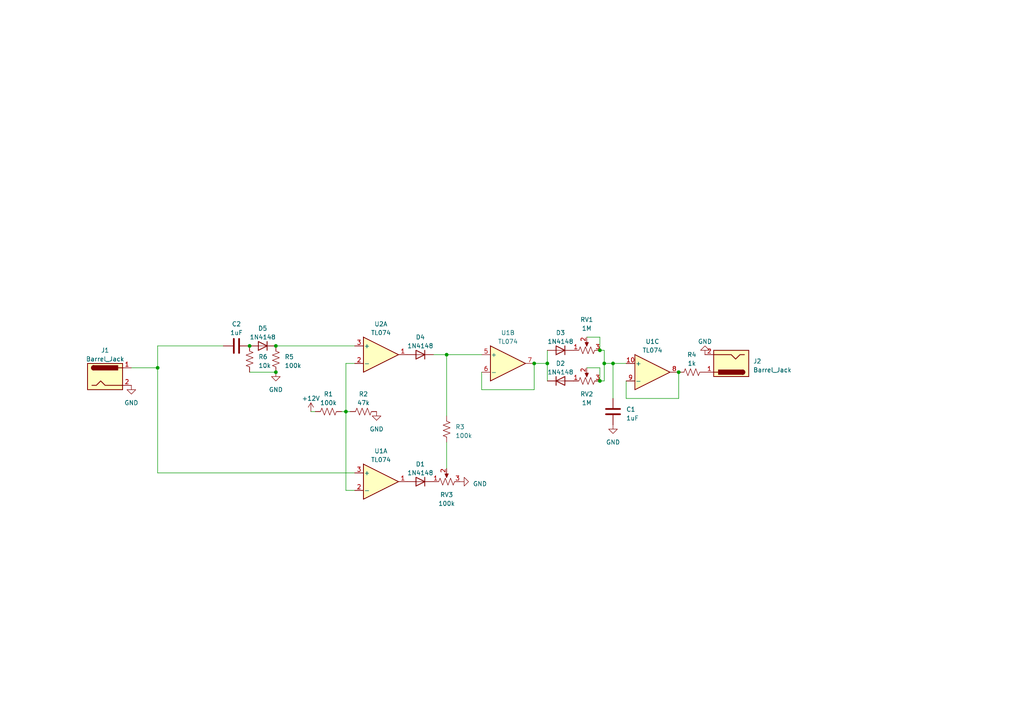
<source format=kicad_sch>
(kicad_sch (version 20230121) (generator eeschema)
  (paper "A4")
  (title_block (title "adsr"))
  (lib_symbols
    (symbol "Amplifier_Operational:TL074" (pin_names (offset 0.127))
      (property "Reference" "U" (at 0 5.08 0))
      (property "Value" "TL074" (at 0 -5.08 0))
      (symbol "TL074_1_1"
        (polyline (pts (xy -5.08 5.08) (xy 5.08 0) (xy -5.08 -5.08) (xy -5.08 5.08)) (stroke (width 0.254)) (fill (type background)))
        (pin output line (at 7.62 0 180) (length 2.54) (name "~") (number "1"))
        (pin input line (at -7.62 -2.54 0) (length 2.54) (name "-") (number "2"))
        (pin input line (at -7.62 2.54 0) (length 2.54) (name "+") (number "3"))
      )
      (symbol "TL074_2_1"
        (polyline (pts (xy -5.08 5.08) (xy 5.08 0) (xy -5.08 -5.08) (xy -5.08 5.08)) (stroke (width 0.254)) (fill (type background)))
        (pin input line (at -7.62 2.54 0) (length 2.54) (name "+") (number "5"))
        (pin input line (at -7.62 -2.54 0) (length 2.54) (name "-") (number "6"))
        (pin output line (at 7.62 0 180) (length 2.54) (name "~") (number "7"))
      )
      (symbol "TL074_3_1"
        (polyline (pts (xy -5.08 5.08) (xy 5.08 0) (xy -5.08 -5.08) (xy -5.08 5.08)) (stroke (width 0.254)) (fill (type background)))
        (pin input line (at -7.62 2.54 0) (length 2.54) (name "+") (number "10"))
        (pin output line (at 7.62 0 180) (length 2.54) (name "~") (number "8"))
        (pin input line (at -7.62 -2.54 0) (length 2.54) (name "-") (number "9"))
      )
      (symbol "TL074_4_1"
        (polyline (pts (xy -5.08 5.08) (xy 5.08 0) (xy -5.08 -5.08) (xy -5.08 5.08)) (stroke (width 0.254)) (fill (type background)))
        (pin input line (at -7.62 2.54 0) (length 2.54) (name "+") (number "12"))
        (pin input line (at -7.62 -2.54 0) (length 2.54) (name "-") (number "13"))
        (pin output line (at 7.62 0 180) (length 2.54) (name "~") (number "14"))
      )
      (symbol "TL074_5_1"
        (pin power_in line (at -2.54 -7.62 90) (length 3.81) (name "V-") (number "11"))
        (pin power_in line (at -2.54 7.62 270) (length 3.81) (name "V+") (number "4"))
      )
    )
    (symbol "Connector:Barrel_Jack" (pin_names (offset 1.016))
      (property "Reference" "J" (at 0 5.334 0))
      (property "Value" "Barrel_Jack" (at 0 -5.08 0))
      (symbol "Barrel_Jack_0_1"
        (rectangle (start -5.08 3.81) (end 5.08 -3.81) (stroke (width 0.254)) (fill (type background)))
        (arc (start -3.302 3.175) (mid -3.9343 2.54) (end -3.302 1.905) (stroke (width 0.254)))
        (arc (start -3.302 3.175) (mid -3.9343 2.54) (end -3.302 1.905) (stroke (width 0.254)) (fill (type outline)))
        (polyline (pts (xy 5.08 2.54) (xy 3.81 2.54)) (stroke (width 0.254)))
        (polyline (pts (xy -3.81 -2.54) (xy -2.54 -2.54) (xy -1.27 -1.27) (xy 0 -2.54) (xy 2.54 -2.54) (xy 5.08 -2.54)) (stroke (width 0.254)))
        (rectangle (start 3.683 3.175) (end -3.302 1.905) (stroke (width 0.254)) (fill (type outline)))
      )
      (symbol "Barrel_Jack_1_1"
        (pin passive line (at 7.62 2.54 180) (length 2.54) (name "~") (number "1"))
        (pin passive line (at 7.62 -2.54 180) (length 2.54) (name "~") (number "2"))
      )
    )
    (symbol "Device:C" (pin_numbers hide) (pin_names (offset 0.254))
      (property "Reference" "C" (at 0.635 2.54 0))
      (property "Value" "C" (at 0.635 -2.54 0))
      (symbol "C_0_1"
        (polyline (pts (xy -2.032 -0.762) (xy 2.032 -0.762)) (stroke (width 0.508)))
        (polyline (pts (xy -2.032 0.762) (xy 2.032 0.762)) (stroke (width 0.508)))
      )
      (symbol "C_1_1"
        (pin passive line (at 0 3.81 270) (length 2.794) (name "~") (number "1"))
        (pin passive line (at 0 -3.81 90) (length 2.794) (name "~") (number "2"))
      )
    )
    (symbol "Device:R_Potentiometer_US" (pin_names (offset 1.016) hide)
      (property "Reference" "RV" (at -4.445 0 90))
      (property "Value" "R_Potentiometer_US" (at -2.54 0 90))
      (symbol "R_Potentiometer_US_0_1"
        (polyline (pts (xy 0 -2.286) (xy 0 -2.54)))
        (polyline (pts (xy 0 2.54) (xy 0 2.286)))
        (polyline (pts (xy 2.54 0) (xy 1.524 0)))
        (polyline (pts (xy 1.143 0) (xy 2.286 0.508) (xy 2.286 -0.508) (xy 1.143 0)) (fill (type outline)))
        (polyline (pts (xy 0 -0.762) (xy 1.016 -1.143) (xy 0 -1.524) (xy -1.016 -1.905) (xy 0 -2.286)))
        (polyline (pts (xy 0 0.762) (xy 1.016 0.381) (xy 0 0) (xy -1.016 -0.381) (xy 0 -0.762)))
        (polyline (pts (xy 0 2.286) (xy 1.016 1.905) (xy 0 1.524) (xy -1.016 1.143) (xy 0 0.762)))
      )
      (symbol "R_Potentiometer_US_1_1"
        (pin passive line (at 0 3.81 270) (length 1.27) (name "1") (number "1"))
        (pin passive line (at 3.81 0 180) (length 1.27) (name "2") (number "2"))
        (pin passive line (at 0 -3.81 90) (length 1.27) (name "3") (number "3"))
      )
    )
    (symbol "Device:R_US" (pin_numbers hide) (pin_names (offset 0))
      (property "Reference" "R" (at 2.54 0 90))
      (property "Value" "R_US" (at -2.54 0 90))
      (symbol "R_US_0_1"
        (polyline (pts (xy 0 -2.286) (xy 0 -2.54)))
        (polyline (pts (xy 0 2.286) (xy 0 2.54)))
        (polyline (pts (xy 0 -0.762) (xy 1.016 -1.143) (xy 0 -1.524) (xy -1.016 -1.905) (xy 0 -2.286)))
        (polyline (pts (xy 0 0.762) (xy 1.016 0.381) (xy 0 0) (xy -1.016 -0.381) (xy 0 -0.762)))
        (polyline (pts (xy 0 2.286) (xy 1.016 1.905) (xy 0 1.524) (xy -1.016 1.143) (xy 0 0.762)))
      )
      (symbol "R_US_1_1"
        (pin passive line (at 0 3.81 270) (length 1.27) (name "~") (number "1"))
        (pin passive line (at 0 -3.81 90) (length 1.27) (name "~") (number "2"))
      )
    )
    (symbol "Diode:1N4148" (pin_numbers hide) (pin_names hide)
      (property "Reference" "D" (at 0 2.54 0))
      (property "Value" "1N4148" (at 0 -2.54 0))
      (symbol "1N4148_0_1"
        (polyline (pts (xy -1.27 1.27) (xy -1.27 -1.27)) (stroke (width 0.254)))
        (polyline (pts (xy 1.27 0) (xy -1.27 0)))
        (polyline (pts (xy 1.27 1.27) (xy 1.27 -1.27) (xy -1.27 0) (xy 1.27 1.27)) (stroke (width 0.254)))
      )
      (symbol "1N4148_1_1"
        (pin passive line (at -3.81 0 0) (length 2.54) (name "K") (number "1"))
        (pin passive line (at 3.81 0 180) (length 2.54) (name "A") (number "2"))
      )
    )
    (symbol "power:+12V" (power) (pin_names (offset 0))
      (property "Value" "+12V" (at 0 3.556 0))
      (symbol "+12V_0_1"
        (polyline (pts (xy -0.762 1.27) (xy 0 2.54)))
        (polyline (pts (xy 0 0) (xy 0 2.54)))
        (polyline (pts (xy 0 2.54) (xy 0.762 1.27)))
      )
      (symbol "+12V_1_1"
        (pin power_in line (at 0 0 90) (length 0) hide (name "+12V") (number "1"))
      )
    )
    (symbol "power:GND" (power) (pin_names (offset 0))
      (property "Value" "GND" (at 0 -3.81 0))
      (symbol "GND_0_1"
        (polyline (pts (xy 0 0) (xy 0 -1.27) (xy 1.27 -1.27) (xy 0 -2.54) (xy -1.27 -1.27) (xy 0 -1.27)))
      )
      (symbol "GND_1_1"
        (pin power_in line (at 0 0 270) (length 0) hide (name "GND") (number "1"))
      )
    )
  )
  (junction (at 100.33 119.38))
  (junction (at 129.54 102.87))
  (junction (at 154.94 105.41))
  (junction (at 177.8 105.41))
  (junction (at 173.99 101.6))
  (junction (at 72.39 100.33))
  (junction (at 80.01 107.95))
  (junction (at 175.26 105.41))
  (junction (at 80.01 100.33))
  (junction (at 196.85 107.95))
  (junction (at 45.72 106.68))
  (junction (at 158.75 105.41))
  (junction (at 173.99 110.49))
  (wire (pts (xy 175.26 101.6) (xy 175.26 105.41)))
  (wire (pts (xy 90.17 119.38) (xy 91.44 119.38)))
  (wire (pts (xy 158.75 105.41) (xy 158.75 110.49)))
  (wire (pts (xy 72.39 107.95) (xy 80.01 107.95)))
  (wire (pts (xy 181.61 115.57) (xy 196.85 115.57)))
  (wire (pts (xy 100.33 119.38) (xy 101.6 119.38)))
  (wire (pts (xy 99.06 119.38) (xy 100.33 119.38)))
  (wire (pts (xy 173.99 101.6) (xy 175.26 101.6)))
  (wire (pts (xy 100.33 119.38) (xy 100.33 142.24)))
  (wire (pts (xy 181.61 110.49) (xy 181.61 115.57)))
  (wire (pts (xy 80.01 100.33) (xy 102.87 100.33)))
  (wire (pts (xy 154.94 113.03) (xy 154.94 105.41)))
  (wire (pts (xy 129.54 128.27) (xy 129.54 135.89)))
  (wire (pts (xy 129.54 120.65) (xy 129.54 102.87)))
  (wire (pts (xy 154.94 105.41) (xy 158.75 105.41)))
  (wire (pts (xy 173.99 110.49) (xy 173.99 106.68)))
  (wire (pts (xy 175.26 105.41) (xy 175.26 110.49)))
  (wire (pts (xy 102.87 105.41) (xy 100.33 105.41)))
  (wire (pts (xy 158.75 101.6) (xy 158.75 105.41)))
  (wire (pts (xy 177.8 105.41) (xy 181.61 105.41)))
  (wire (pts (xy 173.99 97.79) (xy 170.18 97.79)))
  (wire (pts (xy 38.1 106.68) (xy 45.72 106.68)))
  (wire (pts (xy 139.7 107.95) (xy 139.7 113.03)))
  (wire (pts (xy 177.8 105.41) (xy 177.8 115.57)))
  (wire (pts (xy 173.99 110.49) (xy 175.26 110.49)))
  (wire (pts (xy 45.72 106.68) (xy 45.72 137.16)))
  (wire (pts (xy 196.85 115.57) (xy 196.85 107.95)))
  (wire (pts (xy 175.26 105.41) (xy 177.8 105.41)))
  (wire (pts (xy 173.99 101.6) (xy 173.99 97.79)))
  (wire (pts (xy 45.72 137.16) (xy 102.87 137.16)))
  (wire (pts (xy 129.54 102.87) (xy 139.7 102.87)))
  (wire (pts (xy 100.33 142.24) (xy 102.87 142.24)))
  (wire (pts (xy 139.7 113.03) (xy 154.94 113.03)))
  (wire (pts (xy 45.72 100.33) (xy 45.72 106.68)))
  (wire (pts (xy 64.77 100.33) (xy 45.72 100.33)))
  (wire (pts (xy 125.73 102.87) (xy 129.54 102.87)))
  (wire (pts (xy 173.99 106.68) (xy 170.18 106.68)))
  (wire (pts (xy 100.33 105.41) (xy 100.33 119.38)))
  (symbol (lib_id "Device:R_Potentiometer_US") (at 129.54 139.7 90) (unit 1)
    (property "Reference" "RV3" (at 129.54 143.51 90))
    (property "Value" "100k" (at 129.54 146.05 90))
  )
  (symbol (lib_id "Device:R_US") (at 95.25 119.38 90) (unit 1)
    (property "Reference" "R1" (at 95.25 114.3 90))
    (property "Value" "100k" (at 95.25 116.84 90))
  )
  (symbol (lib_id "Diode:1N4148") (at 162.56 110.49 0) (unit 1)
    (property "Reference" "D2" (at 162.56 105.41 0))
    (property "Value" "1N4148" (at 162.56 107.95 0))
    (property "Footprint" "Diode_THT:D_DO-35_SOD27_P7.62mm_Horizontal" (effects hide))
    (property "Datasheet" "https://assets.nexperia.com/documents/data-sheet/1N4148_1N4448.pdf" (effects hide))
    (property "Sim.Device" "D" (effects hide))
    (property "Sim.Pins" "1=K 2=A" (effects hide))
  )
  (symbol (lib_id "power:GND") (at 38.1 111.76 0) (unit 1)
    (property "Reference" "#PWR01" (effects hide))
    (property "Value" "GND" (at 38.1 116.84 0))
  )
  (symbol (lib_id "Connector:Barrel_Jack") (at 212.09 105.41 180) (unit 1)
    (property "Reference" "J2" (at 218.44 104.775 0) (effects (justify right)))
    (property "Value" "Barrel_Jack" (at 218.44 107.315 0) (effects (justify right)))
  )
  (symbol (lib_id "Amplifier_Operational:TL074") (at 110.49 102.87 0) (unit 1)
    (property "Reference" "U2" (at 110.49 93.98 0))
    (property "Value" "TL074" (at 110.49 96.52 0))
    (property "Datasheet" "http://www.ti.com/lit/ds/symlink/tl071.pdf" (effects hide))
  )
  (symbol (lib_id "Device:R_Potentiometer_US") (at 170.18 101.6 90) (unit 1)
    (property "Reference" "RV1" (at 170.18 92.71 90))
    (property "Value" "1M" (at 170.18 95.25 90))
  )
  (symbol (lib_id "Device:R_US") (at 72.39 104.14 0) (unit 1)
    (property "Reference" "R6" (at 74.93 103.505 0) (effects (justify left)))
    (property "Value" "10k" (at 74.93 106.045 0) (effects (justify left)))
  )
  (symbol (lib_id "Diode:1N4148") (at 121.92 102.87 180) (unit 1)
    (property "Reference" "D4" (at 121.92 97.79 0))
    (property "Value" "1N4148" (at 121.92 100.33 0))
    (property "Footprint" "Diode_THT:D_DO-35_SOD27_P7.62mm_Horizontal" (effects hide))
    (property "Datasheet" "https://assets.nexperia.com/documents/data-sheet/1N4148_1N4448.pdf" (effects hide))
    (property "Sim.Device" "D" (effects hide))
    (property "Sim.Pins" "1=K 2=A" (effects hide))
  )
  (symbol (lib_id "Connector:Barrel_Jack") (at 30.48 109.22 0) (unit 1)
    (property "Reference" "J1" (at 30.48 101.6 0))
    (property "Value" "Barrel_Jack" (at 30.48 104.14 0))
  )
  (symbol (lib_id "Diode:1N4148") (at 76.2 100.33 180) (unit 1)
    (property "Reference" "D5" (at 76.2 95.25 0))
    (property "Value" "1N4148" (at 76.2 97.79 0))
    (property "Footprint" "Diode_THT:D_DO-35_SOD27_P7.62mm_Horizontal" (effects hide))
    (property "Datasheet" "https://assets.nexperia.com/documents/data-sheet/1N4148_1N4448.pdf" (effects hide))
    (property "Sim.Device" "D" (effects hide))
    (property "Sim.Pins" "1=K 2=A" (effects hide))
  )
  (symbol (lib_id "Device:R_US") (at 200.66 107.95 90) (unit 1)
    (property "Reference" "R4" (at 200.66 102.87 90))
    (property "Value" "1k" (at 200.66 105.41 90))
  )
  (symbol (lib_id "power:GND") (at 204.47 102.87 180) (unit 1)
    (property "Reference" "#PWR06" (effects hide))
    (property "Value" "GND" (at 204.47 99.06 0))
  )
  (symbol (lib_id "Device:R_US") (at 105.41 119.38 270) (unit 1)
    (property "Reference" "R2" (at 105.41 114.3 90))
    (property "Value" "47k" (at 105.41 116.84 90))
  )
  (symbol (lib_id "Device:R_US") (at 80.01 104.14 0) (unit 1)
    (property "Reference" "R5" (at 82.55 103.505 0) (effects (justify left)))
    (property "Value" "100k" (at 82.55 106.045 0) (effects (justify left)))
  )
  (symbol (lib_id "Diode:1N4148") (at 121.92 139.7 180) (unit 1)
    (property "Reference" "D1" (at 121.92 134.62 0))
    (property "Value" "1N4148" (at 121.92 137.16 0))
    (property "Footprint" "Diode_THT:D_DO-35_SOD27_P7.62mm_Horizontal" (effects hide))
    (property "Datasheet" "https://assets.nexperia.com/documents/data-sheet/1N4148_1N4448.pdf" (effects hide))
    (property "Sim.Device" "D" (effects hide))
    (property "Sim.Pins" "1=K 2=A" (effects hide))
  )
  (symbol (lib_id "Device:R_Potentiometer_US") (at 170.18 110.49 90) (unit 1)
    (property "Reference" "RV2" (at 170.18 114.3 90))
    (property "Value" "1M" (at 170.18 116.84 90))
  )
  (symbol (lib_id "power:GND") (at 109.22 119.38 0) (unit 1)
    (property "Reference" "#PWR02" (effects hide))
    (property "Value" "GND" (at 109.22 124.46 0))
  )
  (symbol (lib_id "power:GND") (at 133.35 139.7 90) (unit 1)
    (property "Reference" "#PWR04" (effects hide))
    (property "Value" "GND" (at 137.16 140.335 90) (effects (justify right)))
  )
  (symbol (lib_id "power:GND") (at 177.8 123.19 0) (unit 1)
    (property "Reference" "#PWR05" (effects hide))
    (property "Value" "GND" (at 177.8 128.27 0))
  )
  (symbol (lib_id "Diode:1N4148") (at 162.56 101.6 180) (unit 1)
    (property "Reference" "D3" (at 162.56 96.52 0))
    (property "Value" "1N4148" (at 162.56 99.06 0))
    (property "Footprint" "Diode_THT:D_DO-35_SOD27_P7.62mm_Horizontal" (effects hide))
    (property "Datasheet" "https://assets.nexperia.com/documents/data-sheet/1N4148_1N4448.pdf" (effects hide))
    (property "Sim.Device" "D" (effects hide))
    (property "Sim.Pins" "1=K 2=A" (effects hide))
  )
  (symbol (lib_id "Device:C") (at 177.8 119.38 0) (unit 1)
    (property "Reference" "C1" (at 181.61 118.745 0) (effects (justify left)))
    (property "Value" "1uF" (at 181.61 121.285 0) (effects (justify left)))
  )
  (symbol (lib_id "power:GND") (at 80.01 107.95 0) (unit 1)
    (property "Reference" "#PWR07" (effects hide))
    (property "Value" "GND" (at 80.01 113.03 0))
  )
  (symbol (lib_id "Device:R_US") (at 129.54 124.46 0) (unit 1)
    (property "Reference" "R3" (at 132.08 123.825 0) (effects (justify left)))
    (property "Value" "100k" (at 132.08 126.365 0) (effects (justify left)))
  )
  (symbol (lib_id "Amplifier_Operational:TL074") (at 110.49 139.7 0) (unit 1)
    (property "Reference" "U1" (at 110.49 130.81 0))
    (property "Value" "TL074" (at 110.49 133.35 0))
    (property "Datasheet" "http://www.ti.com/lit/ds/symlink/tl071.pdf" (effects hide))
  )
  (symbol (lib_id "Device:C") (at 68.58 100.33 90) (unit 1)
    (property "Reference" "C2" (at 68.58 93.98 90))
    (property "Value" "1uF" (at 68.58 96.52 90))
  )
  (symbol (lib_id "power:+12V") (at 90.17 119.38 0) (unit 1)
    (property "Reference" "#PWR03" (effects hide))
    (property "Value" "+12V" (at 90.17 115.57 0))
  )
  (symbol (lib_id "Amplifier_Operational:TL074") (at 147.32 105.41 0) (unit 2)
    (property "Reference" "U1" (at 147.32 96.52 0))
    (property "Value" "TL074" (at 147.32 99.06 0))
    (property "Datasheet" "http://www.ti.com/lit/ds/symlink/tl071.pdf" (effects hide))
  )
  (symbol (lib_id "Amplifier_Operational:TL074") (at 189.23 107.95 0) (unit 3)
    (property "Reference" "U1" (at 189.23 99.06 0))
    (property "Value" "TL074" (at 189.23 101.6 0))
    (property "Datasheet" "http://www.ti.com/lit/ds/symlink/tl071.pdf" (effects hide))
  )
)
</source>
